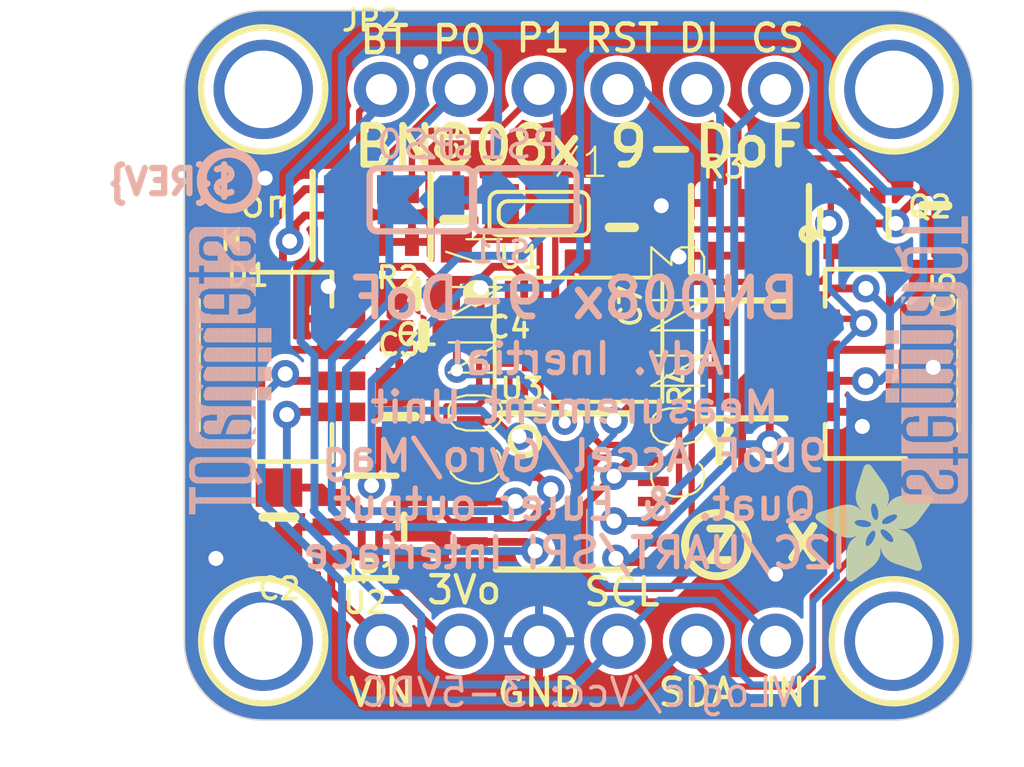
<source format=kicad_pcb>
(kicad_pcb (version 20221018) (generator pcbnew)
  (layers (0 "F.Cu" signal) (31 "B.Cu" signal) (34 "B.Paste" user) (35 "F.Paste" user) (36 "B.SilkS" user "B.Silkscreen") (37 "F.SilkS" user "F.Silkscreen") (38 "B.Mask" user) (39 "F.Mask" user) (44 "Edge.Cuts" user))
  (net 0 "")
  (net 1 "GND")
  (net 2 "SDA/MISO/TX")
  (net 3 "SCL/SCK/RX")
  (net 4 "SCL_3V")
  (net 5 "SDA_3V")
  (net 6 "3.3V")
  (net 7 "INT")
  (net 8 "VCC")
  (net 9 "N$1")
  (net 10 "CAP")
  (net 11 "XIN")
  (net 12 "XOUT")
  (net 13 "RST_3V")
  (net 14 "PS1")
  (net 15 "PS0")
  (net 16 "RST")
  (net 17 "MOSI_3V")
  (net 18 "CS_3V")
  (net 19 "MOSI")
  (net 20 "BOOT")
  (net 21 "BOOT_3V")
  (net 22 "PS1_3V")
  (net 23 "PS0_3V")
  (net 24 "CS")
  (footprint "Adafruit_BNO08x:RESPACK_4X0603" (layer "F.Cu") (at 141.8336 100.1776 180)
    (fp_text reference "R2")
    (fp_text value "10K")
  )
  (footprint "Adafruit_BNO08x:TSSOP16" (layer "F.Cu") (at 147.9931 109.0676 -90)
    (fp_text reference "U3")
    (fp_text value "74AHC4050")
  )
  (footprint "Adafruit_BNO08x:JST_SH4" (layer "F.Cu") (at 138.3411 105.0036 -90)
    (fp_text reference "CONN4")
    (fp_text value "STEMMA_I2C_QT" hide)
  )
  (footprint "Adafruit_BNO08x:RESPACK_4X0603" (layer "F.Cu") (at 154.0256 100.6221)
    (fp_text reference "R3")
    (fp_text value "10K")
  )
  (footprint "Adafruit_BNO08x:JST_SH4" (layer "F.Cu") (at 158.6611 105.0036 90)
    (fp_text reference "CONN3")
    (fp_text value "STEMMA_I2C_QT" hide)
  )
  (footprint "Adafruit_BNO08x:XTAL3215" (layer "F.Cu") (at 147.2311 100.1141 180)
    (fp_text reference "X1")
    (fp_text value "32.768")
  )
  (footprint "Adafruit_BNO08x:0603-NO" (layer "F.Cu") (at 144.5641 100.3046 90)
    (fp_text reference "C6")
    (fp_text value "22pF")
  )
  (footprint "Adafruit_BNO08x:0805-NO" (layer "F.Cu") (at 142.7226 106.6546 90)
    (fp_text reference "C3")
    (fp_text value "10uF")
  )
  (footprint "Adafruit_BNO08x:1X06_ROUND_70" (layer "F.Cu") (at 148.5011 113.8936)
    (fp_text reference "JP1")
    (fp_text value "")
  )
  (footprint "Adafruit_BNO08x:0603-NO" (layer "F.Cu") (at 143.2941 102.7176 180)
    (fp_text reference "C1")
    (fp_text value "0.1uF")
  )
  (footprint "Adafruit_BNO08x:1X06_ROUND_70" (layer "F.Cu") (at 148.5011 96.1136)
    (fp_text reference "JP2")
    (fp_text value "")
  )
  (footprint "Adafruit_BNO08x:SOT363" (layer "F.Cu") (at 157.3911 100.4316)
    (fp_text reference "Q2")
    (fp_text value "BSS138")
  )
  (footprint "Adafruit_BNO08x:0603-NO" (layer "F.Cu") (at 159.9946 99.8601 -90)
    (fp_text reference "C5")
    (fp_text value "0.1uF")
  )
  (footprint "Adafruit_BNO08x:ADAFRUIT_3.5MM" (layer "F.Cu") (at 159.9311 111.9886 90)
    (fp_text reference "U$22" hide)
    (fp_text value "" hide)
  )
  (footprint "Adafruit_BNO08x:0805-NO" (layer "F.Cu") (at 138.8491 109.8931 -90)
    (fp_text reference "C2")
    (fp_text value "10uF")
  )
  (footprint "Adafruit_BNO08x:MOUNTINGHOLE_2.5_PLATED" (layer "F.Cu") (at 158.6611 113.8936)
    (fp_text reference "U$21" hide)
    (fp_text value "MOUNTINGHOLE2.5" hide)
  )
  (footprint "Adafruit_BNO08x:RESPACK_4X0603" (layer "F.Cu") (at 153.7716 104.8131 90)
    (fp_text reference "R4")
    (fp_text value "10K")
  )
  (footprint "Adafruit_BNO08x:MOUNTINGHOLE_2.5_PLATED" (layer "F.Cu") (at 138.3411 96.1136)
    (fp_text reference "U$1" hide)
    (fp_text value "MOUNTINGHOLE2.5" hide)
  )
  (footprint "Adafruit_BNO08x:SOT23-5" (layer "F.Cu") (at 141.8336 110.2106 -90)
    (fp_text reference "U2")
    (fp_text value "AP2112K-3.3")
  )
  (footprint "Adafruit_BNO08x:0603-NO" (layer "F.Cu") (at 149.8981 100.5586 -90)
    (fp_text reference "C7")
    (fp_text value "22pF")
  )
  (footprint "Adafruit_BNO08x:FIDUCIAL_1MM" (layer "F.Cu") (at 155.2321 108.9406)
    (fp_text reference "FID4" hide)
    (fp_text value "FIDUCIAL_1MM" hide)
  )
  (footprint "Adafruit_BNO08x:0603-NO" (layer "F.Cu") (at 143.4846 104.0511)
    (fp_text reference "C4")
    (fp_text value "0.1uF")
  )
  (footprint "Adafruit_BNO08x:BNO080" (layer "F.Cu") (at 148.5011 104.1781)
    (fp_text reference "U1")
    (fp_text value "BNO080")
  )
  (footprint "Adafruit_BNO08x:FIDUCIAL_1MM" (layer "F.Cu") (at 136.8806 98.7806)
    (fp_text reference "FID3" hide)
    (fp_text value "FIDUCIAL_1MM" hide)
  )
  (footprint "Adafruit_BNO08x:CHIPLED_0603_NOOUTLINE" (layer "F.Cu") (at 137.3251 100.9396 90)
    (fp_text reference "D1")
    (fp_text value "GREEN")
  )
  (footprint "Adafruit_BNO08x:MOUNTINGHOLE_2.5_PLATED" (layer "F.Cu") (at 158.6611 96.1136)
    (fp_text reference "U$17" hide)
    (fp_text value "MOUNTINGHOLE2.5" hide)
  )
  (footprint "Adafruit_BNO08x:MOUNTINGHOLE_2.5_PLATED" (layer "F.Cu") (at 138.3411 113.8936)
    (fp_text reference "U$19" hide)
    (fp_text value "MOUNTINGHOLE2.5" hide)
  )
  (footprint "Adafruit_BNO08x:PCBFEAT-REV-040" (layer "B.Cu") (at 137.2489 99.06 180)
    (fp_text reference "U$25" hide)
    (fp_text value "" hide)
  )
  (footprint "Adafruit_BNO08x:SOLDERJUMPER_ARROW_NOPASTE" (layer "B.Cu") (at 143.4211 99.6696 180)
    (fp_text reference "SJ2")
    (fp_text value "PS0")
  )
  (footprint "Adafruit_BNO08x:SOLDERJUMPER_ARROW_NOPASTE" (layer "B.Cu") (at 146.7866 99.6696)
    (fp_text reference "SJ1")
    (fp_text value "PS1")
  )
  (footprint "Adafruit_BNO08x:STEMMAQT" (layer "B.Cu") (at 158.4071 109.4486 90)
    (fp_text reference "U$30" hide)
    (fp_text value "" hide)
  )
  (footprint "Adafruit_BNO08x:STEMMAQT" (layer "B.Cu") (at 138.5951 100.5586 -90)
    (fp_text reference "U$31" hide)
    (fp_text value "" hide)
  )
  (gr_arc (start 152.9501 111.7991) (mid 152.23168 111.50152) (end 151.9341 110.7831) (stroke (width 0.254)) (layer "F.SilkS"))
  (gr_arc (start 152.9501 109.7671) (mid 153.673733 110.059467) (end 153.9661 110.7831) (stroke (width 0.254)) (layer "F.SilkS"))
  (gr_arc (start 153.9661 110.7831) (mid 153.66852 111.50152) (end 152.9501 111.7991) (stroke (width 0.254)) (layer "F.SilkS"))
  (gr_arc (start 151.9341 110.7831) (mid 152.23168 110.06468) (end 152.9501 109.7671) (stroke (width 0.254)) (layer "F.SilkS"))
  (gr_line (start 161.2011 113.8936) (end 161.2011 96.1136) (stroke (width 0.05)) (layer "Edge.Cuts"))
  (gr_arc (start 135.8011 96.1136) (mid 136.545049 94.317549) (end 138.3411 93.5736) (stroke (width 0.05)) (layer "Edge.Cuts"))
  (gr_arc (start 138.3411 116.4336) (mid 136.545049 115.689651) (end 135.8011 113.8936) (stroke (width 0.05)) (layer "Edge.Cuts"))
  (gr_arc (start 161.2011 113.8936) (mid 160.457151 115.689651) (end 158.6611 116.4336) (stroke (width 0.05)) (layer "Edge.Cuts"))
  (gr_line (start 135.8011 96.1136) (end 135.8011 113.8936) (stroke (width 0.05)) (layer "Edge.Cuts"))
  (gr_arc (start 158.6611 93.5736) (mid 160.457151 94.317549) (end 161.2011 96.1136) (stroke (width 0.05)) (layer "Edge.Cuts"))
  (gr_line (start 138.3411 116.4336) (end 158.6611 116.4336) (stroke (width 0.05)) (layer "Edge.Cuts"))
  (gr_line (start 158.6611 93.5736) (end 138.3411 93.5736) (stroke (width 0.05)) (layer "Edge.Cuts"))
  (gr_text "VLogic/Vcc: 3-5VDC" (at 148.5011 115.5446) (layer "B.SilkS") (effects (font (size 0.89408 0.89408) (thickness 0.12192)) (justify mirror)))
  (gr_text "Adv. Inertial \nMeasurement Unit\n9DoF Accel/Gyro/Mag\nQuat. & Euler output\nI2C/UART/SPI Interface" (at 148.3741 107.9246) (layer "B.SilkS") (effects (font (size 0.97155 0.97155) (thickness 0.17145)) (justify mirror)))
  (gr_text "BNO08x 9-DoF" (at 148.3741 102.8446) (layer "B.SilkS") (effects (font (size 1.25222 1.25222) (thickness 0.22098)) (justify mirror)))
  (gr_text "PS0" (at 143.2941 97.8916) (layer "B.SilkS") (effects (font (size 0.89408 0.89408) (thickness 0.12192)) (justify mirror)))
  (gr_text "PS1" (at 146.5961 97.8916) (layer "B.SilkS") (effects (font (size 0.89408 0.89408) (thickness 0.12192)) (justify mirror)))
  (gr_text "INT" (at 155.4861 115.5446) (layer "F.SilkS") (effects (font (size 0.87376 0.87376) (thickness 0.14224))))
  (gr_text "SCL" (at 149.8981 112.3061) (layer "F.SilkS") (effects (font (size 0.87376 0.87376) (thickness 0.14224))))
  (gr_text "BNO08x 9-DoF" (at 148.5011 97.9551) (layer "F.SilkS") (effects (font (size 1.25222 1.25222) (thickness 0.22098))))
  (gr_text "DI" (at 152.3746 94.4626) (layer "F.SilkS") (effects (font (size 0.87376 0.87376) (thickness 0.14224))))
  (gr_text "SDA" (at 152.3111 115.5446) (layer "F.SilkS") (effects (font (size 0.87376 0.87376) (thickness 0.14224))))
  (gr_text "Y" (at 152.4341 108.2411) (layer "F.SilkS") (effects (font (size 1.016 1.016) (thickness 0.254)) (justify left bottom)))
  (gr_text "on" (at 137.5156 100.3046) (layer "F.SilkS") (effects (font (size 0.89408 0.89408) (thickness 0.12192)) (justify left bottom)))
  (gr_text "CS" (at 154.9146 94.4626) (layer "F.SilkS") (effects (font (size 0.87376 0.87376) (thickness 0.14224))))
  (gr_text "GND" (at 147.2311 115.5446) (layer "F.SilkS") (effects (font (size 0.87376 0.87376) (thickness 0.14224))))
  (gr_text "Z" (at 152.4341 111.4161) (layer "F.SilkS") (effects (font (size 1.016 1.016) (thickness 0.254)) (justify left bottom)))
  (gr_text "X" (at 156.3791 110.1481) (layer "F.SilkS") (effects (font (size 1.016 1.016) (thickness 0.254)) (justify right top)))
  (gr_text "RST" (at 149.8981 94.4626) (layer "F.SilkS") (effects (font (size 0.87376 0.87376) (thickness 0.14224))))
  (gr_text "P1" (at 147.3581 94.4626) (layer "F.SilkS") (effects (font (size 0.87376 0.87376) (thickness 0.14224))))
  (gr_text "3Vo" (at 144.8181 112.2426) (layer "F.SilkS") (effects (font (size 0.87376 0.87376) (thickness 0.14224))))
  (gr_text "VIN" (at 142.1511 115.5446) (layer "F.SilkS") (effects (font (size 0.87376 0.87376) (thickness 0.14224))))
  (gr_text "P0" (at 144.6657 94.5134) (layer "F.SilkS") (effects (font (size 0.87376 0.87376) (thickness 0.14224))))
  (gr_text "BT" (at 142.2527 94.5134) (layer "F.SilkS") (effects (font (size 0.87376 0.87376) (thickness 0.14224))))
  (segment (start 151.1681 100.1386) (end 151.1681 99.8601) (width 0.254) (layer "F.Cu") (net 1))
  (segment (start 136.5751 101.8236) (end 136.9551 102.2036) (width 0.254) (layer "F.Cu") (net 1))
  (segment (start 142.2336 100.1141) (end 143.9046 100.1141) (width 0.254) (layer "F.Cu") (net 1))
  (segment (start 139.4816 110.2106) (end 138.8491 110.8431) (width 0.254) (layer "F.Cu") (net 1))
  (segment (start 143.9046 100.1141) (end 144.5641 99.4546) (width 0.254) (layer "F.Cu") (net 1))
  (segment (start 142.4441 103.3916) (end 142.4441 102.7176) (width 0.254) (layer "F.Cu") (net 1))
  (segment (start 136.5751 100.9396) (end 136.5751 101.8236) (width 0.254) (layer "F.Cu") (net 1))
  (segment (start 142.6346 104.0511) (end 142.6346 103.5821) (width 0.254) (layer "F.Cu") (net 1))
  (segment (start 140.5335 110.2106) (end 139.4816 110.2106) (width 0.254) (layer "F.Cu") (net 1))
  (segment (start 149.8981 101.4086) (end 151.1681 100.1386) (width 0.254) (layer "F.Cu") (net 1))
  (segment (start 142.6346 103.5821) (end 142.4441 103.3916) (width 0.254) (layer "F.Cu") (net 1))
  (segment (start 142.2336 101.0276) (end 142.2336 100.1141) (width 0.254) (layer "F.Cu") (net 1))
  (via (at 136.8171 111.2266) (size 0.889) (drill 0.4826) (layers "F.Cu" "B.Cu") (net 1))
  (via (at 138.4046 98.9711) (size 0.889) (drill 0.4826) (layers "F.Cu" "B.Cu") (net 1))
  (via (at 151.1681 99.8601) (size 0.889) (drill 0.4826) (layers "F.Cu" "B.Cu") (net 1))
  (via (at 151.7396 101.5111) (size 0.889) (drill 0.4826) (layers "F.Cu" "B.Cu") (net 1))
  (via (at 157.6451 106.9721) (size 0.889) (drill 0.4826) (layers "F.Cu" "B.Cu") (net 1))
  (via (at 140.4366 102.4636) (size 0.889) (drill 0.4826) (layers "F.Cu" "B.Cu") (net 1))
  (via (at 143.4211 95.2246) (size 0.889) (drill 0.4826) (layers "F.Cu" "B.Cu") (net 1))
  (via (at 159.9311 105.0671) (size 0.889) (drill 0.4826) (layers "F.Cu" "B.Cu") (net 1))
  (via (at 154.8511 111.7346) (size 0.889) (drill 0.4826) (layers "F.Cu" "B.Cu") (net 1))
  (segment (start 152.3111 113.8936) (end 152.3111 114.6556) (width 0.2032) (layer "F.Cu") (net 2))
  (segment (start 152.3111 114.6556) (end 153.0096 115.3541) (width 0.2032) (layer "F.Cu") (net 2))
  (segment (start 155.4226 115.3541) (end 156.0449 114.7318) (width 0.2032) (layer "F.Cu") (net 2))
  (segment (start 140.8551 105.5036) (end 139.2776 105.5036) (width 0.254) (layer "F.Cu") (net 2))
  (segment (start 139.2776 105.5036) (end 139.0523 105.2783) (width 0.254) (layer "F.Cu") (net 2))
  (segment (start 158.5341 104.3686) (end 158.50235 104.40035) (width 0.254) (layer "F.Cu") (net 2))
  (segment (start 156.0566 104.4131) (end 156.1471 104.5036) (width 0.254) (layer "F.Cu") (net 2))
  (segment (start 154.6216 104.4131) (end 156.0566 104.4131) (width 0.254) (layer "F.Cu") (net 2))
  (segment (start 158.50235 104.40035) (end 158.3991 104.5036) (width 0.254) (layer "F.Cu") (net 2))
  (segment (start 153.0096 115.3541) (end 155.4226 115.3541) (width 0.2032) (layer "F.Cu") (net 2))
  (segment (start 158.50235 109.98835) (end 158.50235 104.40035) (width 0.2032) (layer "F.Cu") (net 2))
  (segment (start 158.5341 101.7761) (end 158.5856 101.7761) (width 0.254) (layer "F.Cu") (net 2))
  (segment (start 156.0449 114.7318) (end 156.0449 112.4458) (width 0.2032) (layer "F.Cu") (net 2))
  (segment (start 158.1411 101.3316) (end 158.5856 101.7761) (width 0.254) (layer "F.Cu") (net 2))
  (segment (start 158.5341 101.7761) (end 158.5341 104.3686) (width 0.254) (layer "F.Cu") (net 2))
  (segment (start 158.3991 104.5036) (end 156.1471 104.5036) (width 0.254) (layer "F.Cu") (net 2))
  (segment (start 156.0449 112.4458) (end 158.50235 109.98835) (width 0.2032) (layer "F.Cu") (net 2))
  (via (at 139.0523 105.2783) (size 0.889) (drill 0.4826) (layers "F.Cu" "B.Cu") (net 2))
  (segment (start 150.225312 115.7986) (end 152.130312 113.8936) (width 0.254) (layer "B.Cu") (net 2))
  (segment (start 138.2903 106.0403) (end 138.2903 109.3978) (width 0.254) (layer "B.Cu") (net 2))
  (segment (start 140.8811 111.9886) (end 140.8811 115.0366) (width 0.254) (layer "B.Cu") (net 2))
  (segment (start 139.0523 105.2783) (end 138.2903 106.0403) (width 0.254) (layer "B.Cu") (net 2))
  (segment (start 138.2903 109.3978) (end 140.8811 111.9886) (width 0.254) (layer "B.Cu") (net 2))
  (segment (start 152.130312 113.8936) (end 152.3111 113.8936) (width 0.254) (layer "B.Cu") (net 2))
  (segment (start 141.6431 115.7986) (end 150.225312 115.7986) (width 0.254) (layer "B.Cu") (net 2))
  (segment (start 140.8811 115.0366) (end 141.6431 115.7986) (width 0.254) (layer "B.Cu") (net 2))
  (segment (start 154.6216 103.5131) (end 154.6311 103.5036) (width 0.254) (layer "F.Cu") (net 3))
  (segment (start 140.8551 106.5036) (end 139.1906 106.5036) (width 0.254) (layer "F.Cu") (net 3))
  (segment (start 157.687153 103.648654) (end 157.5421 103.5036) (width 0.2032) (layer "F.Cu") (net 3))
  (segment (start 155.9306 103.5036) (end 156.1471 103.5036) (width 0.2032) (layer "F.Cu") (net 3))
  (segment (start 154.6311 103.5036) (end 155.9306 103.5036) (width 0.254) (layer "F.Cu") (net 3))
  (segment (start 156.5656 100.4316) (end 156.6291 100.3681) (width 0.2032) (layer "F.Cu") (net 3))
  (segment (start 139.1906 106.5036) (end 139.1031 106.5911) (width 0.254) (layer "F.Cu") (net 3))
  (segment (start 156.6291 99.5436) (end 156.6291 100.3681) (width 0.2032) (layer "F.Cu") (net 3))
  (segment (start 157.5421 103.5036) (end 156.1471 103.5036) (width 0.2032) (layer "F.Cu") (net 3))
  (segment (start 156.6411 99.5316) (end 156.6291 99.5436) (width 0.2032) (layer "F.Cu") (net 3))
  (via (at 139.1031 106.5911) (size 0.889) (drill 0.4826) (layers "F.Cu" "B.Cu") (net 3))
  (via (at 156.5656 100.4316) (size 0.889) (drill 0.4826) (layers "F.Cu" "B.Cu") (net 3))
  (via (at 157.687153 103.648654) (size 0.889) (drill 0.4826) (layers "F.Cu" "B.Cu") (net 3))
  (segment (start 143.4338 114.7826) (end 143.9418 115.2906) (width 0.254) (layer "B.Cu") (net 3))
  (segment (start 157.687153 103.648654) (end 156.5656 102.5271) (width 0.2032) (layer "B.Cu") (net 3))
  (segment (start 156.8196 111.8616) (end 156.8196 104.516207) (width 0.2032) (layer "B.Cu") (net 3))
  (segment (start 156.5656 100.4316) (end 156.5656 102.5271) (width 0.2032) (layer "B.Cu") (net 3))
  (segment (start 142.9131 112.5601) (end 143.4338 113.0808) (width 0.254) (layer "B.Cu") (net 3))
  (segment (start 153.6446 114.8461) (end 154.0891 115.2906) (width 0.2032) (layer "B.Cu") (net 3))
  (segment (start 149.7711 113.8936) (end 151.1046 112.5601) (width 0.2032) (layer "B.Cu") (net 3))
  (segment (start 156.8196 104.516207) (end 157.687153 103.648654) (width 0.2032) (layer "B.Cu") (net 3))
  (segment (start 152.8826 112.5601) (end 153.6446 113.3221) (width 0.2032) (layer "B.Cu") (net 3))
  (segment (start 151.1046 112.5601) (end 152.8826 112.5601) (width 0.2032) (layer "B.Cu") (net 3))
  (segment (start 154.0891 115.2906) (end 155.3591 115.2906) (width 0.2032) (layer "B.Cu") (net 3))
  (segment (start 148.4376 115.2906) (end 149.7711 113.9571) (width 0.254) (layer "B.Cu") (net 3))
  (segment (start 143.9418 115.2906) (end 148.4376 115.2906) (width 0.254) (layer "B.Cu") (net 3))
  (segment (start 139.1031 109.5121) (end 142.1511 112.5601) (width 0.254) (layer "B.Cu") (net 3))
  (segment (start 139.1031 106.5911) (end 139.1031 109.5121) (width 0.254) (layer "B.Cu") (net 3))
  (segment (start 156.0576 112.6236) (end 156.8196 111.8616) (width 0.2032) (layer "B.Cu") (net 3))
  (segment (start 156.0576 114.5921) (end 156.0576 112.6236) (width 0.2032) (layer "B.Cu") (net 3))
  (segment (start 155.3591 115.2906) (end 156.0576 114.5921) (width 0.2032) (layer "B.Cu") (net 3))
  (segment (start 142.1511 112.5601) (end 142.9131 112.5601) (width 0.254) (layer "B.Cu") (net 3))
  (segment (start 143.4338 113.0808) (end 143.4338 114.7826) (width 0.254) (layer "B.Cu") (net 3))
  (segment (start 149.7711 113.9571) (end 149.7711 113.8936) (width 0.254) (layer "B.Cu") (net 3))
  (segment (start 153.6446 113.3221) (end 153.6446 114.8461) (width 0.2032) (layer "B.Cu") (net 3))
  (segment (start 155.0416 101.7561) (end 155.0416 102.3141) (width 0.2032) (layer "F.Cu") (net 4))
  (segment (start 156.6411 101.9666) (end 156.2936 102.3141) (width 0.2032) (layer "F.Cu") (net 4))
  (segment (start 150.8136 103.4281) (end 151.2581 103.4281) (width 0.2032) (layer "F.Cu") (net 4))
  (segment (start 156.2936 102.3141) (end 155.0416 102.3141) (width 0.2032) (layer "F.Cu") (net 4))
  (segment (start 155.0416 102.3141) (end 151.6391 102.3141) (width 0.2032) (layer "F.Cu") (net 4))
  (segment (start 155.3256 101.4721) (end 155.0416 101.7561) (width 0.2032) (layer "F.Cu") (net 4))
  (segment (start 151.6391 103.0471) (end 151.2581 103.4281) (width 0.2032) (layer "F.Cu") (net 4))
  (segment (start 151.6391 102.3141) (end 151.6391 103.0471) (width 0.2032) (layer "F.Cu") (net 4))
  (segment (start 156.6411 101.3316) (end 156.6411 101.9666) (width 0.2032) (layer "F.Cu") (net 4))
  (segment (start 154.7241 98.3361) (end 154.4256 98.6346) (width 0.2032) (layer "F.Cu") (net 5))
  (segment (start 151.4221 100.6221) (end 154.1526 100.6221) (width 0.2032) (layer "F.Cu") (net 5))
  (segment (start 154.4256 98.6346) (end 154.4256 99.7721) (width 0.2032) (layer "F.Cu") (net 5))
  (segment (start 158.1411 99.2131) (end 157.2641 98.3361) (width 0.254) (layer "F.Cu") (net 5))
  (segment (start 150.8781 101.1661) (end 150.8781 102.4886) (width 0.2032) (layer "F.Cu") (net 5))
  (segment (start 150.7511 102.6156) (end 150.8781 102.4886) (width 0.2032) (layer "F.Cu") (net 5))
  (segment (start 154.1526 100.6221) (end 154.4256 100.3491) (width 0.2032) (layer "F.Cu") (net 5))
  (segment (start 157.2641 98.3361) (end 154.7241 98.3361) (width 0.2032) (layer "F.Cu") (net 5))
  (segment (start 158.1411 99.5316) (end 158.1411 99.2131) (width 0.254) (layer "F.Cu") (net 5))
  (segment (start 150.8781 101.1661) (end 151.4221 100.6221) (width 0.2032) (layer "F.Cu") (net 5))
  (segment (start 154.4256 100.3491) (end 154.4256 99.7721) (width 0.2032) (layer "F.Cu") (net 5))
  (segment (start 143.1337 109.2606) (end 142.0765 110.3178) (width 0.254) (layer "F.Cu") (net 6))
  (segment (start 142.7226 107.6046) (end 141.8336 108.4936) (width 0.254) (layer "F.Cu") (net 6))
  (segment (start 145.3506 103.5981) (end 145.3506 102.5026) (width 0.254) (layer "F.Cu") (net 6))
  (segment (start 159.9946 99.0101) (end 158.7246 100.2801) (width 0.254) (layer "F.Cu") (net 6))
  (segment (start 144.6131 102.2486) (end 145.3261 102.2486) (width 0.254) (layer "F.Cu") (net 6))
  (segment (start 140.8901 101.8286) (end 140.5336 101.4721) (width 0.254) (layer "F.Cu") (net 6))
  (segment (start 143.4846 101.8286) (end 140.8901 101.8286) (width 0.254) (layer "F.Cu") (net 6))
  (segment (start 146.3343 107.2896) (end 145.8373 106.7926) (width 0.254) (layer "F.Cu") (net 6))
  (segment (start 143.1337 109.2606) (end 142.7226 108.8495) (width 0.254) (layer "F.Cu") (net 6))
  (segment (start 157.3911 101.3316) (end 157.3911 100.3681) (width 0.254) (layer "F.Cu") (net 6))
  (segment (start 146.1886 103.9281) (end 145.6806 103.9281) (width 0.254) (layer "F.Cu") (net 6))
  (segment (start 157.3911 100.3681) (end 157.3911 99.5316) (width 0.254) (layer "F.Cu") (net 6))
  (segment (start 144.6911 113.8936) (end 144.207225 113.8936) (width 0.254) (layer "F.Cu") (net 6))
  (segment (start 145.7461 101.8286) (end 145.3261 102.2486) (width 0.254) (layer "F.Cu") (net 6))
  (segment (start 145.6806 103.9281) (end 145.3506 103.5981) (width 0.254) (layer "F.Cu") (net 6))
  (segment (start 146.4056 101.8286) (end 145.7461 101.8286) (width 0.254) (layer "F.Cu") (net 6))
  (segment (start 146.5834 107.2896) (end 146.3343 107.2896) (width 0.254) (layer "F.Cu") (net 6))
  (segment (start 157.4546 100.4316) (end 157.3911 100.3681) (width 0.254) (layer "F.Cu") (net 6))
  (segment (start 145.0753 106.7926) (end 145.8373 106.7926) (width 0.254) (layer "F.Cu") (net 6))
  (segment (start 142.7226 108.8495) (end 142.7226 107.6046) (width 0.254) (layer "F.Cu") (net 6))
  (segment (start 145.3261 102.2486) (end 145.0721 102.5026) (width 0.254) (layer "F.Cu") (net 6))
  (segment (start 143.4846 101.8286) (end 143.9046 102.2486) (width 0.254) (layer "F.Cu") (net 6))
  (segment (start 155.3256 98.8776) (end 155.3591 98.8441) (width 0.254) (layer "F.Cu") (net 6))
  (segment (start 155.3256 99.7721) (end 155.3256 98.8776) (width 0.254) (layer "F.Cu") (net 6))
  (segment (start 158.7246 100.2801) (end 158.7246 100.4316) (width 0.254) (layer "F.Cu") (net 6))
  (segment (start 142.0765 110.3178) (end 142.0765 111.762875) (width 0.254) (layer "F.Cu") (net 6))
  (segment (start 144.207225 113.8936) (end 142.0765 111.762875) (width 0.254) (layer "F.Cu") (net 6))
  (segment (start 140.5336 101.0276) (end 140.5336 101.4721) (width 0.254) (layer "F.Cu") (net 6))
  (segment (start 143.9046 102.2486) (end 144.6131 102.2486) (width 0.254) (layer "F.Cu") (net 6))
  (segment (start 157.0101 98.8441) (end 157.3911 99.2251) (width 0.254) (layer "F.Cu") (net 6))
  (segment (start 155.3256 100.2746) (end 154.4256 101.1746) (width 0.254) (layer "F.Cu") (net 6))
  (segment (start 155.3256 99.7721) (end 155.3256 100.2746) (width 0.254) (layer "F.Cu") (net 6))
  (segment (start 146.7511 102.6156) (end 146.7511 102.1741) (width 0.254) (layer "F.Cu") (net 6))
  (segment (start 155.3591 98.8441) (end 157.0101 98.8441) (width 0.254) (layer "F.Cu") (net 6))
  (segment (start 154.4256 101.1746) (end 154.4256 101.4721) (width 0.254) (layer "F.Cu") (net 6))
  (segment (start 146.7511 102.1741) (end 146.4056 101.8286) (width 0.254) (layer "F.Cu") (net 6))
  (segment (start 145.0721 102.5026) (end 145.3506 102.5026) (width 0.254) (layer "F.Cu") (net 6))
  (segment (start 157.3911 99.2251) (end 157.3911 99.5316) (width 0.254) (layer "F.Cu") (net 6))
  (segment (start 141.8336 108.8771) (end 141.8336 108.4936) (width 0.254) (layer "F.Cu") (net 6))
  (segment (start 158.7246 100.4316) (end 157.4546 100.4316) (width 0.254) (layer "F.Cu") (net 6))
  (segment (start 144.1441 102.7176) (end 144.6131 102.2486) (width 0.254) (layer "F.Cu") (net 6))
  (via (at 145.3506 102.5026) (size 0.889) (drill 0.4826) (layers "F.Cu" "B.Cu") (net 6))
  (via (at 158.7246 100.4316) (size 0.889) (drill 0.4826) (layers "F.Cu" "B.Cu") (net 6))
  (via (at 146.5834 107.2896) (size 0.889) (drill 0.4826) (layers "F.Cu" "B.Cu") (net 6))
  (via (at 141.8336 108.8771) (size 0.889) (drill 0.4826) (layers "F.Cu" "B.Cu") (net 6))
  (segment (start 141.8336 106.4641) (end 141.8336 108.8771) (width 0.254) (layer "B.Cu") (net 6))
  (segment (start 148.5519 101.5873) (end 147.6366 102.5026) (width 0.254) (layer "B.Cu") (net 6))
  (segment (start 144.8426 102.5026) (end 141.8336 105.5116) (width 0.254) (layer "B.Cu") (net 6))
  (segment (start 156.0703 95.5548) (end 156.0703 97.7773) (width 0.254) (layer "B.Cu") (net 6))
  (segment (start 145.3769 106.4641) (end 141.8336 106.4641) (width 0.254) (layer "B.Cu") (net 6))
  (segment (start 145.3506 102.5026) (end 144.8426 102.5026) (width 0.254) (layer "B.Cu") (net 6))
  (segment (start 145.3506 102.5026) (end 147.6366 102.5026) (width 0.254) (layer "B.Cu") (net 6))
  (segment (start 141.8336 105.5116) (end 141.8336 106.4641) (width 0.254) (layer "B.Cu") (net 6))
  (segment (start 146.2024 107.2896) (end 145.3769 106.4641) (width 0.254) (layer "B.Cu") (net 6))
  (segment (start 148.8821 94.8436) (end 155.3591 94.8436) (width 0.254) (layer "B.Cu") (net 6))
  (segment (start 148.5519 101.5873) (end 148.5519 95.1738) (width 0.254) (layer "B.Cu") (net 6))
  (segment (start 155.3591 94.8436) (end 156.0703 95.5548) (width 0.254) (layer "B.Cu") (net 6))
  (segment (start 148.5519 95.1738) (end 148.8821 94.8436) (width 0.254) (layer "B.Cu") (net 6))
  (segment (start 146.5834 107.2896) (end 146.2024 107.2896) (width 0.254) (layer "B.Cu") (net 6))
  (segment (start 156.0703 97.7773) (end 158.7246 100.4316) (width 0.254) (layer "B.Cu") (net 6))
  (segment (start 150.2511 105.7406) (end 150.2511 106.1746) (width 0.2032) (layer "F.Cu") (net 7))
  (segment (start 150.2511 106.1746) (end 149.6441 106.7816) (width 0.2032) (layer "F.Cu") (net 7))
  (via (at 149.6441 106.7816) (size 0.889) (drill 0.4826) (layers "F.Cu" "B.Cu") (net 7))
  (segment (start 149.4536 112.1156) (end 153.0731 112.1156) (width 0.2032) (layer "B.Cu") (net 7))
  (segment (start 149.6441 106.7816) (end 149.6441 107.2261) (width 0.2032) (layer "B.Cu") (net 7))
  (segment (start 153.0731 112.1156) (end 154.8511 113.8936) (width 0.2032) (layer "B.Cu") (net 7))
  (segment (start 149.6441 107.2261) (end 148.8821 107.9881) (width 0.2032) (layer "B.Cu") (net 7))
  (segment (start 148.8821 107.9881) (end 148.8821 111.5441) (width 0.2032) (layer "B.Cu") (net 7))
  (segment (start 148.8821 111.5441) (end 149.4536 112.1156) (width 0.2032) (layer "B.Cu") (net 7))
  (segment (start 140.5335 109.2606) (end 140.216 108.9431) (width 0.254) (layer "F.Cu") (net 8))
  (segment (start 152.9216 105.2131) (end 152.9216 104.4131) (width 0.254) (layer "F.Cu") (net 8))
  (segment (start 141.0716 109.2606) (end 141.5161 109.7051) (width 0.254) (layer "F.Cu") (net 8))
  (segment (start 138.9761 101.219) (end 138.9761 104.3766) (width 0.254) (layer "F.Cu") (net 8))
  (segment (start 157.74505 105.5036) (end 157.75305 105.5116) (width 0.254) (layer "F.Cu") (net 8))
  (segment (start 138.6506 104.5036) (end 138.2776 104.8766) (width 0.254) (layer "F.Cu") (net 8))
  (segment (start 141.0716 109.2606) (end 140.5335 109.2606) (width 0.254) (layer "F.Cu") (net 8))
  (segment (start 141.4526 111.1606) (end 140.5335 111.1606) (width 0.254) (layer "F.Cu") (net 8))
  (segment (start 140.216 108.9431) (end 138.8491 108.9431) (width 0.254) (layer "F.Cu") (net 8))
  (segment (start 139.192 101.0031) (end 139.3825 100.8126) (width 0.254) (layer "F.Cu") (net 8))
  (segment (start 152.9216 106.1131) (end 152.9216 105.2131) (width 0.254) (layer "F.Cu") (net 8))
  (segment (start 139.1031 104.5036) (end 138.6506 104.5036) (width 0.254) (layer "F.Cu") (net 8))
  (segment (start 156.1471 105.5036) (end 157.74505 105.5036) (width 0.254) (layer "F.Cu") (net 8))
  (segment (start 139.6746 100.1776) (end 139.3825 100.4697) (width 0.254) (layer "F.Cu") (net 8))
  (segment (start 152.9216 102.9961) (end 153.1718 102.7459) (width 0.254) (layer "F.Cu") (net 8))
  (segment (start 156.472462 102.7459) (end 156.691262 102.5271) (width 0.254) (layer "F.Cu") (net 8))
  (segment (start 141.5161 109.7051) (end 141.5161 111.0971) (width 0.254) (layer "F.Cu") (net 8))
  (segment (start 141.5161 111.0971) (end 141.4526 111.1606) (width 0.254) (layer "F.Cu") (net 8))
  (segment (start 139.3825 100.8126) (end 139.3825 100.4697) (width 0.254) (layer "F.Cu") (net 8))
  (segment (start 139.192 101.0031) (end 138.9761 101.219) (width 0.254) (layer "F.Cu") (net 8))
  (segment (start 141.4336 101.0276) (end 141.4336 100.1776) (width 0.254) (layer "F.Cu") (net 8))
  (segment (start 153.1718 102.7459) (end 156.472462 102.7459) (width 0.254) (layer "F.Cu") (net 8))
  (segment (start 138.2776 104.8766) (end 138.2776 108.3716) (width 0.254) (layer "F.Cu") (net 8))
  (segment (start 152.9216 103.5131) (end 152.9216 102.9961) (width 0.254) (layer "F.Cu") (net 8))
  (segment (start 138.9761 104.3766) (end 139.1031 104.5036) (width 0.254) (layer "F.Cu") (net 8))
  (segment (start 140.8551 104.5036) (end 139.1031 104.5036) (width 0.254) (layer "F.Cu") (net 8))
  (segment (start 156.691262 102.5271) (end 157.7594 102.5271) (width 0.254) (layer "F.Cu") (net 8))
  (segment (start 141.4336 100.1776) (end 139.6746 100.1776) (width 0.254) (layer "F.Cu") (net 8))
  (segment (start 138.2776 108.3716) (end 138.8491 108.9431) (width 0.254) (layer "F.Cu") (net 8))
  (segment (start 140.5335 112.276) (end 140.5335 111.1606) (width 0.254) (layer "F.Cu") (net 8))
  (segment (start 152.9216 104.4131) (end 152.9216 103.5131) (width 0.254) (layer "F.Cu") (net 8))
  (segment (start 142.1511 113.8936) (end 140.5335 112.276) (width 0.254) (layer "F.Cu") (net 8))
  (via (at 157.75305 105.5116) (size 0.889) (drill 0.4826) (layers "F.Cu" "B.Cu") (net 8))
  (via (at 139.192 101.0031) (size 0.889) (drill 0.4826) (layers "F.Cu" "B.Cu") (net 8))
  (via (at 157.7594 102.5271) (size 0.889) (drill 0.4826) (layers "F.Cu" "B.Cu") (net 8))
  (segment (start 158.5341 103.3018) (end 159.6136 102.2223) (width 0.254) (layer "B.Cu") (net 8))
  (segment (start 139.192 98.910957) (end 139.192 101.0031) (width 0.254) (layer "B.Cu") (net 8))
  (segment (start 156.5275 97.518663) (end 156.5275 95.238419) (width 0.254) (layer "B.Cu") (net 8))
  (segment (start 140.8811 97.221857) (end 139.192 98.910957) (width 0.254) (layer "B.Cu") (net 8))
  (segment (start 157.7594 102.5271) (end 158.5341 103.3018) (width 0.254) (layer "B.Cu") (net 8))
  (segment (start 145.9103 94.910088) (end 145.399312 94.3991) (width 0.254) (layer "B.Cu") (net 8))
  (segment (start 141.506387 94.3991) (end 140.8811 95.024388) (width 0.254) (layer "B.Cu") (net 8))
  (segment (start 145.0721 99.6696) (end 145.9103 98.8314) (width 0.254) (layer "B.Cu") (net 8))
  (segment (start 158.408437 99.3996) (end 156.5275 97.518663) (width 0.254) (layer "B.Cu") (net 8))
  (segment (start 159.6136 102.2223) (end 159.6136 99.7966) (width 0.254) (layer "B.Cu") (net 8))
  (segment (start 144.4371 99.6696) (end 145.0721 99.6696) (width 0.254) (layer "B.Cu") (net 8))
  (segment (start 159.6136 99.7966) (end 159.2166 99.3996) (width 0.254) (layer "B.Cu") (net 8))
  (segment (start 145.386612 94.3864) (end 155.675481 94.3864) (width 0.254) (layer "B.Cu") (net 8))
  (segment (start 158.2166 105.5116) (end 158.5341 105.1941) (width 0.254) (layer "B.Cu") (net 8))
  (segment (start 140.8811 95.024388) (end 140.8811 97.221857) (width 0.254) (layer "B.Cu") (net 8))
  (segment (start 145.399312 94.3991) (end 145.386612 94.3864) (width 0.254) (layer "B.Cu") (net 8))
  (segment (start 157.75305 105.5116) (end 158.2166 105.5116) (width 0.254) (layer "B.Cu") (net 8))
  (segment (start 141.506387 94.3991) (end 145.399312 94.3991) (width 0.254) (layer "B.Cu") (net 8))
  (segment (start 159.2166 99.3996) (end 158.408437 99.3996) (width 0.254) (layer "B.Cu") (net 8))
  (segment (start 158.5341 105.1941) (end 158.5341 103.3018) (width 0.254) (layer "B.Cu") (net 8))
  (segment (start 155.675481 94.3864) (end 156.5275 95.238419) (width 0.254) (layer "B.Cu") (net 8))
  (segment (start 145.9103 98.8314) (end 145.9103 94.910088) (width 0.254) (layer "B.Cu") (net 8))
  (segment (start 145.0721 99.6696) (end 145.7706 99.6696) (width 0.254) (layer "B.Cu") (net 8))
  (segment (start 139.6871 99.3276) (end 138.0751 100.9396) (width 0.254) (layer "F.Cu") (net 9))
  (segment (start 140.5336 99.3276) (end 139.6871 99.3276) (width 0.254) (layer "F.Cu") (net 9))
  (segment (start 144.580537 104.297038) (end 144.580537 105.16635) (width 0.254) (layer "F.Cu") (net 10))
  (segment (start 147.7511 106.5396) (end 147.7511 105.7406) (width 0.254) (layer "F.Cu") (net 10))
  (segment (start 148.0566 106.8451) (end 147.7511 106.5396) (width 0.254) (layer "F.Cu") (net 10))
  (segment (start 144.3346 104.0511) (end 144.580537 104.297038) (width 0.254) (layer "F.Cu") (net 10))
  (via (at 148.0566 106.8451) (size 0.8001) (drill 0.3937) (layers "F.Cu" "B.Cu") (net 10))
  (via (at 144.580537 105.16635) (size 0.8001) (drill 0.3937) (layers "F.Cu" "B.Cu") (net 10))
  (segment (start 144.580537 105.16635) (end 144.707537 105.29335) (width 0.254) (layer "B.Cu") (net 10))
  (segment (start 148.0566 106.7816) (end 146.56835 105.29335) (width 0.254) (layer "B.Cu") (net 10))
  (segment (start 148.0566 106.8451) (end 148.0566 106.7816) (width 0.254) (layer "B.Cu") (net 10))
  (segment (start 146.56835 105.29335) (end 144.707537 105.29335) (width 0.254) (layer "B.Cu") (net 10))
  (segment (start 147.2511 102.6156) (end 147.2511 101.0866) (width 0.2032) (layer "F.Cu") (net 11))
  (segment (start 144.9906 101.1546) (end 146.0311 100.1141) (width 0.2032) (layer "F.Cu") (net 11))
  (segment (start 144.5641 101.1546) (end 144.9906 101.1546) (width 0.2032) (layer "F.Cu") (net 11))
  (segment (start 146.2786 100.1141) (end 146.0311 100.1141) (width 0.2032) (layer "F.Cu") (net 11))
  (segment (start 147.2511 101.0866) (end 146.2786 100.1141) (width 0.2032) (layer "F.Cu") (net 11))
  (segment (start 149.8981 99.7086) (end 148.7096 99.7086) (width 0.254) (layer "F.Cu") (net 12))
  (segment (start 148.7096 99.7086) (end 148.18035 100.23785) (width 0.254) (layer "F.Cu") (net 12))
  (segment (start 147.7511 102.6156) (end 147.7511 100.6671) (width 0.2032) (layer "F.Cu") (net 12))
  (segment (start 148.18035 100.23785) (end 148.30735 100.23785) (width 0.2032) (layer "F.Cu") (net 12))
  (segment (start 148.4311 100.1141) (end 148.30735 100.23785) (width 0.2032) (layer "F.Cu") (net 12))
  (segment (start 147.7511 100.6671) (end 148.18035 100.23785) (width 0.2032) (layer "F.Cu") (net 12))
  (segment (start 148.8146 107.1586) (end 149.2256 107.5696) (width 0.2032) (layer "F.Cu") (net 13))
  (segment (start 150.7839 107.5696) (end 149.2256 107.5696) (width 0.2032) (layer "F.Cu") (net 13))
  (segment (start 150.7839 107.5696) (end 150.9109 107.4426) (width 0.2032) (layer "F.Cu") (net 13))
  (segment (start 148.7511 105.7406) (end 148.8146 105.8041) (width 0.2032) (layer "F.Cu") (net 13))
  (segment (start 148.8146 105.8041) (end 148.8146 107.1586) (width 0.2032) (layer "F.Cu") (net 13))
  (segment (start 146.4616 109.3926) (end 145.0753 109.3926) (width 0.254) (layer "F.Cu") (net 14))
  (segment (start 145.8976 97.4471) (end 147.2311 96.1136) (width 0.2032) (layer "F.Cu") (net 14))
  (segment (start 143.7386 97.4471) (end 145.8976 97.4471) (width 0.2032) (layer "F.Cu") (net 14))
  (segment (start 143.1336 99.3276) (end 143.1336 98.0521) (width 0.2032) (layer "F.Cu") (net 14))
  (segment (start 143.1336 98.0521) (end 143.7386 97.4471) (width 0.2032) (layer "F.Cu") (net 14))
  (segment (start 146.4691 109.3851) (end 146.4616 109.3926) (width 0.254) (layer "F.Cu") (net 14))
  (via (at 146.4691 109.3851) (size 0.889) (drill 0.4826) (layers "F.Cu" "B.Cu") (net 14))
  (segment (start 146.1516 109.7026) (end 141.373006 109.7026) (width 0.254) (layer "B.Cu") (net 14))
  (segment (start 141.0081 109.337694) (end 141.373006 109.7026) (width 0.254) (layer "B.Cu") (net 14))
  (segment (start 147.8026 100.3681) (end 147.8026 99.6696) (width 0.254) (layer "B.Cu") (net 14))
  (segment (start 146.687493 101.4739) (end 146.692146 101.478554) (width 0.254) (layer "B.Cu") (net 14))
  (segment (start 141.0081 105.1306) (end 144.6648 101.4739) (width 0.254) (layer "B.Cu") (net 14))
  (segment (start 147.2311 96.1136) (end 147.8026 96.6851) (width 0.254) (layer "B.Cu") (net 14))
  (segment (start 146.1516 109.7026) (end 146.4691 109.3851) (width 0.254) (layer "B.Cu") (net 14))
  (segment (start 147.8026 96.6851) (end 147.8026 99.6696) (width 0.254) (layer "B.Cu") (net 14))
  (segment (start 144.6648 101.4739) (end 146.687493 101.4739) (width 0.254) (layer "B.Cu") (net 14))
  (segment (start 146.692146 101.478554) (end 147.8026 100.3681) (width 0.254) (layer "B.Cu") (net 14))
  (segment (start 141.0081 109.337694) (end 141.0081 105.1306) (width 0.254) (layer "B.Cu") (net 14))
  (segment (start 146.0913 108.6006) (end 145.5833 108.0926) (width 0.254) (layer "F.Cu") (net 15))
  (segment (start 145.5833 108.0926) (end 145.0753 108.0926) (width 0.254) (layer "F.Cu") (net 15))
  (segment (start 147.6074 109.0041) (end 147.2039 108.6006) (width 0.254) (layer "F.Cu") (net 15))
  (segment (start 147.2039 108.6006) (end 146.0913 108.6006) (width 0.254) (layer "F.Cu") (net 15))
  (segment (start 144.5006 96.1136) (end 144.6911 96.1136) (width 0.2032) (layer "F.Cu") (net 15))
  (segment (start 143.570262 97.0407) (end 143.5735 97.0407) (width 0.2032) (layer "F.Cu") (net 15))
  (segment (start 142.2336 98.377363) (end 143.570262 97.0407) (width 0.2032) (layer "F.Cu") (net 15))
  (segment (start 142.2336 99.3276) (end 142.2336 98.377363) (width 0.2032) (layer "F.Cu") (net 15))
  (segment (start 143.5735 97.0407) (end 144.5006 96.1136) (width 0.2032) (layer "F.Cu") (net 15))
  (via (at 147.6074 109.0041) (size 0.889) (drill 0.4826) (layers "F.Cu" "B.Cu") (net 15))
  (segment (start 147.6074 109.3898) (end 146.7866 110.2106) (width 0.254) (layer "B.Cu") (net 15))
  (segment (start 142.4051 98.3996) (end 144.6911 96.1136) (width 0.254) (layer "B.Cu") (net 15))
  (segment (start 141.1351 110.2106) (end 146.7866 110.2106) (width 0.254) (layer "B.Cu") (net 15))
  (segment (start 140.5509 109.6264) (end 141.1351 110.2106) (width 0.254) (layer "B.Cu") (net 15))
  (segment (start 142.4051 99.6696) (end 142.4051 98.3996) (width 0.254) (layer "B.Cu") (net 15))
  (segment (start 142.4051 102.960019) (end 142.4051 99.6696) (width 0.254) (layer "B.Cu") (net 15))
  (segment (start 147.6074 109.3898) (end 147.6074 109.0041) (width 0.254) (layer "B.Cu") (net 15))
  (segment (start 140.5509 109.6264) (end 140.5509 104.814219) (width 0.254) (layer "B.Cu") (net 15))
  (segment (start 140.5509 104.814219) (end 142.4051 102.960019) (width 0.254) (layer "B.Cu") (net 15))
  (segment (start 151.4856 112.1791) (end 149.1996 112.1791) (width 0.254) (layer "F.Cu") (net 16))
  (segment (start 149.1996 112.1791) (end 148.6281 111.6076) (width 0.254) (layer "F.Cu") (net 16))
  (segment (start 148.6281 111.6076) (end 148.6281 109.5889) (width 0.254) (layer "F.Cu") (net 16))
  (segment (start 154.0701 105.2131) (end 153.7716 105.5116) (width 0.254) (layer "F.Cu") (net 16))
  (segment (start 148.6281 109.5889) (end 149.6441 108.5729) (width 0.254) (layer "F.Cu") (net 16))
  (segment (start 153.7716 105.5116) (end 153.7716 109.8931) (width 0.254) (layer "F.Cu") (net 16))
  (segment (start 150.1244 108.0926) (end 149.6441 108.5729) (width 0.254) (layer "F.Cu") (net 16))
  (segment (start 153.7716 109.8931) (end 151.4856 112.1791) (width 0.254) (layer "F.Cu") (net 16))
  (segment (start 150.9109 108.0926) (end 150.1244 108.0926) (width 0.254) (layer "F.Cu") (net 16))
  (segment (start 154.6216 105.2131) (end 154.0701 105.2131) (width 0.254) (layer "F.Cu") (net 16))
  (via (at 149.6441 108.5729) (size 0.889) (drill 0.4826) (layers "F.Cu" "B.Cu") (net 16))
  (segment (start 150.586887 96.1136) (end 149.7711 96.1136) (width 0.254) (layer "B.Cu") (net 16))
  (segment (start 149.6441 108.5729) (end 150.839018 108.5729) (width 0.254) (layer "B.Cu") (net 16))
  (segment (start 152.553518 106.8584) (end 152.553518 98.080232) (width 0.254) (layer "B.Cu") (net 16))
  (segment (start 152.553518 98.080232) (end 150.586887 96.1136) (width 0.254) (layer "B.Cu") (net 16))
  (segment (start 152.553518 106.8584) (end 150.839018 108.5729) (width 0.254) (layer "B.Cu") (net 16))
  (segment (start 150.8136 104.4281) (end 151.4486 104.4281) (width 0.2032) (layer "F.Cu") (net 17))
  (segment (start 150.9109 109.3926) (end 151.5416 109.3926) (width 0.2032) (layer "F.Cu") (net 17))
  (segment (start 151.7396 109.1946) (end 151.5416 109.3926) (width 0.2032) (layer "F.Cu") (net 17))
  (segment (start 151.4486 106.18805) (end 151.7396 106.47905) (width 0.2032) (layer "F.Cu") (net 17))
  (segment (start 151.4486 104.4281) (end 151.4486 106.18805) (width 0.2032) (layer "F.Cu") (net 17))
  (segment (start 151.7396 106.47905) (end 151.7396 109.1946) (width 0.2032) (layer "F.Cu") (net 17))
  (segment (start 150.8136 103.9281) (end 151.7661 103.9281) (width 0.2032) (layer "F.Cu") (net 18))
  (segment (start 151.7661 103.9281) (end 151.8931 104.0551) (width 0.2032) (layer "F.Cu") (net 18))
  (segment (start 151.8931 104.0551) (end 151.8931 106.0571) (width 0.2032) (layer "F.Cu") (net 18))
  (segment (start 151.8931 106.0571) (end 152.146 106.31) (width 0.2032) (layer "F.Cu") (net 18))
  (segment (start 152.146 109.9566) (end 151.41 110.6926) (width 0.2032) (layer "F.Cu") (net 18))
  (segment (start 150.9109 110.6926) (end 151.41 110.6926) (width 0.2032) (layer "F.Cu") (net 18))
  (segment (start 152.146 106.31) (end 152.146 109.9566) (width 0.2032) (layer "F.Cu") (net 18))
  (segment (start 152.4081 96.2106) (end 152.3111 96.1136) (width 0.2032) (layer "F.Cu") (net 19))
  (segment (start 150.8884 110.0201) (end 149.6441 110.0201) (width 0.254) (layer "F.Cu") (net 19))
  (segment (start 150.9109 110.0426) (end 150.8884 110.0201) (width 0.254) (layer "F.Cu") (net 19))
  (segment (start 153.6256 97.4281) (end 152.4081 96.2106) (width 0.254) (layer "F.Cu") (net 19))
  (segment (start 153.6256 99.7721) (end 153.6256 97.4281) (width 0.254) (layer "F.Cu") (net 19))
  (via (at 149.6441 110.0201) (size 0.889) (drill 0.4826) (layers "F.Cu" "B.Cu") (net 19))
  (segment (start 153.0604 96.8629) (end 153.0604 107.6071) (width 0.254) (layer "B.Cu") (net 19))
  (segment (start 153.0604 107.6071) (end 150.6474 110.0201) (width 0.254) (layer "B.Cu") (net 19))
  (segment (start 149.6441 110.0201) (end 150.6474 110.0201) (width 0.254) (layer "B.Cu") (net 19))
  (segment (start 152.3111 96.1136) (end 153.0604 96.8629) (width 0.254) (layer "B.Cu") (net 19))
  (segment (start 141.4336 96.8311) (end 142.1511 96.1136) (width 0.2032) (layer "F.Cu") (net 20))
  (segment (start 147.1041 110.9853) (end 146.8114 110.6926) (width 0.254) (layer "F.Cu") (net 20))
  (segment (start 146.8114 110.6926) (end 145.0753 110.6926) (width 0.254) (layer "F.Cu") (net 20))
  (segment (start 141.4336 99.3276) (end 141.4336 96.8311) (width 0.2032) (layer "F.Cu") (net 20))
  (via (at 147.1041 110.9853) (size 0.889) (drill 0.4826) (layers "F.Cu" "B.Cu") (net 20))
  (segment (start 139.9921 109.663382) (end 139.9667 109.688782) (width 0.254) (layer "B.Cu") (net 20))
  (segment (start 142.1511 96.1136) (end 142.1511 96.598438) (width 0.254) (layer "B.Cu") (net 20))
  (segment (start 139.5476 102.0191) (end 139.5476 104.2416) (width 0.254) (layer "B.Cu") (net 20))
  (segment (start 142.1511 96.598438) (end 139.9667 98.782838) (width 0.254) (layer "B.Cu") (net 20))
  (segment (start 139.9921 104.6861) (end 139.9921 109.663382) (width 0.254) (layer "B.Cu") (net 20))
  (segment (start 141.263218 110.9853) (end 147.1041 110.9853) (width 0.254) (layer "B.Cu") (net 20))
  (segment (start 139.9667 98.782838) (end 139.9667 101.6) (width 0.254) (layer "B.Cu") (net 20))
  (segment (start 139.9667 101.6) (end 139.5476 102.0191) (width 0.254) (layer "B.Cu") (net 20))
  (segment (start 139.9667 109.688782) (end 141.263218 110.9853) (width 0.254) (layer "B.Cu") (net 20))
  (segment (start 139.5476 104.2416) (end 139.9921 104.6861) (width 0.254) (layer "B.Cu") (net 20))
  (segment (start 144.1863 108.9438) (end 144.1863 109.8521) (width 0.2032) (layer "F.Cu") (net 21))
  (segment (start 145.3631 104.4281) (end 145.2996 104.4916) (width 0.2032) (layer "F.Cu") (net 21))
  (segment (start 145.0753 110.0426) (end 144.3768 110.0426) (width 0.2032) (layer "F.Cu") (net 21))
  (segment (start 144.3768 110.0426) (end 144.1863 109.8521) (width 0.2032) (layer "F.Cu") (net 21))
  (segment (start 144.1863 108.9438) (end 143.8402 108.5977) (width 0.2032) (layer "F.Cu") (net 21))
  (segment (start 145.2996 104.4916) (end 145.2996 105.6346) (width 0.2032) (layer "F.Cu") (net 21))
  (segment (start 143.8402 106.045) (end 143.9966 105.8886) (width 0.2032) (layer "F.Cu") (net 21))
  (segment (start 145.0456 105.8886) (end 143.9966 105.8886) (width 0.2032) (layer "F.Cu") (net 21))
  (segment (start 146.1886 104.4281) (end 145.3631 104.4281) (width 0.2032) (layer "F.Cu") (net 21))
  (segment (start 143.8402 108.5977) (end 143.8402 106.045) (width 0.2032) (layer "F.Cu") (net 21))
  (segment (start 145.2996 105.6346) (end 145.0456 105.8886) (width 0.2032) (layer "F.Cu") (net 21))
  (segment (start 144.2466 108.3691) (end 144.2466 106.3251) (width 0.2032) (layer "F.Cu") (net 22))
  (segment (start 145.0753 108.7426) (end 144.6201 108.7426) (width 0.2032) (layer "F.Cu") (net 22))
  (segment (start 145.7441 105.8171) (end 145.2361 106.3251) (width 0.2032) (layer "F.Cu") (net 22))
  (segment (start 145.7441 104.9281) (end 145.7441 105.8171) (width 0.2032) (layer "F.Cu") (net 22))
  (segment (start 144.6201 108.7426) (end 144.2466 108.3691) (width 0.2032) (layer "F.Cu") (net 22))
  (segment (start 145.2361 106.3251) (end 144.2466 106.3251) (width 0.2032) (layer "F.Cu") (net 22))
  (segment (start 146.1886 104.9281) (end 145.7441 104.9281) (width 0.2032) (layer "F.Cu") (net 22))
  (segment (start 146.40325 106.4133) (end 146.766775 106.4133) (width 0.2032) (layer "F.Cu") (net 23))
  (segment (start 147.3581 107.7341) (end 147.0146 108.0776) (width 0.2032) (layer "F.Cu") (net 23))
  (segment (start 146.766775 106.4133) (end 147.3581 107.004625) (width 0.2032) (layer "F.Cu") (net 23))
  (segment (start 146.2511 106.26115) (end 146.40325 106.4133) (width 0.2032) (layer "F.Cu") (net 23))
  (segment (start 146.2511 105.7406) (end 146.2511 106.26115) (width 0.2032) (layer "F.Cu") (net 23))
  (segment (start 147.0146 108.0776) (end 146.2183 108.0776) (width 0.2032) (layer "F.Cu") (net 23))
  (segment (start 147.3581 107.004625) (end 147.3581 107.7341) (width 0.2032) (layer "F.Cu") (net 23))
  (segment (start 146.2183 108.0776) (end 145.5833 107.4426) (width 0.2032) (layer "F.Cu") (net 23))
  (segment (start 145.5833 107.4426) (end 145.0753 107.4426) (width 0.2032) (layer "F.Cu") (net 23))
  (segment (start 149.8236 111.3426) (end 149.7076 111.2266) (width 0.254) (layer "F.Cu") (net 24))
  (segment (start 150.9109 111.3426) (end 149.8236 111.3426) (width 0.254) (layer "F.Cu") (net 24))
  (segment (start 154.6216 106.1131) (end 154.6606 106.1521) (width 0.254) (layer "F.Cu") (net 24))
  (segment (start 154.6606 106.1521) (end 154.6606 107.5436) (width 0.254) (layer "F.Cu") (net 24))
  (via (at 154.6606 107.5436) (size 0.889) (drill 0.4826) (layers "F.Cu" "B.Cu") (net 24))
  (via (at 149.7076 111.2266) (size 0.889) (drill 0.4826) (layers "F.Cu" "B.Cu") (net 24))
  (segment (start 153.4541 107.9246) (end 153.4541 107.9881) (width 0.254) (layer "B.Cu") (net 24))
  (segment (start 153.5176 107.5436) (end 154.6606 107.5436) (width 0.254) (layer "B.Cu") (net 24))
  (segment (start 153.5176 107.5436) (end 153.5176 107.9246) (width 0.254) (layer "B.Cu") (net 24))
  (segment (start 153.4541 107.9881) (end 150.2156 111.2266) (width 0.254) (layer "B.Cu") (net 24))
  (segment (start 153.5176 97.4471) (end 154.8511 96.1136) (width 0.254) (layer "B.Cu") (net 24))
  (segment (start 149.7076 111.2266) (end 150.2156 111.2266) (width 0.254) (layer "B.Cu") (net 24))
  (segment (start 153.4541 107.9246) (end 153.5176 107.9246) (width 0.254) (layer "B.Cu") (net 24))
  (segment (start 153.5176 97.4471) (end 153.5176 107.5436) (width 0.254) (layer "B.Cu") (net 24))
  (zone (net 1) (net_name "GND") (layer "F.Cu") (priority 6) (connect_pads (clearance 0.000001)) (min_thickness 0.1016) (fill yes (thermal_gap 0.2532) (thermal_bridge_width 0.2532))
    (polygon (pts (xy 161.3027 116.5352) (xy 135.6995 116.5352) (xy 135.6995 93.472) (xy 161.3027 93.472)))
  )
  (zone (net 1) (net_name "GND") (layer "B.Cu") (priority 6) (connect_pads (clearance 0.000001)) (min_thickness 0.1016) (fill yes (thermal_gap 0.2532) (thermal_bridge_width 0.2532))
    (polygon (pts (xy 161.3027 116.5352) (xy 135.6995 116.5352) (xy 135.6995 93.472) (xy 161.3027 93.472)))
  )
)
</source>
